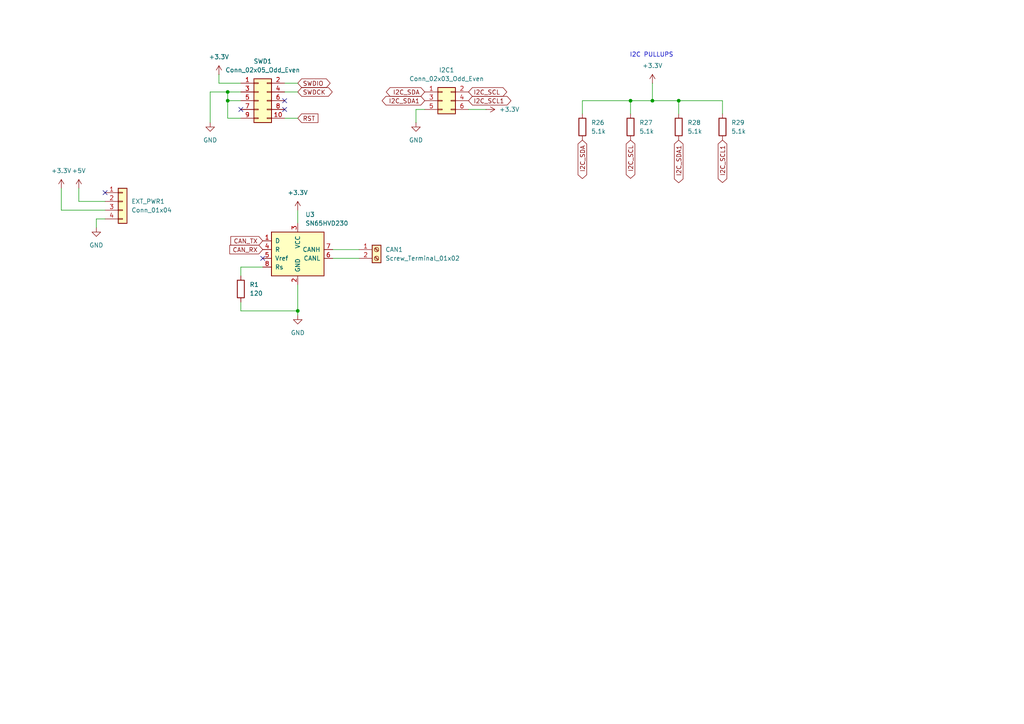
<source format=kicad_sch>
(kicad_sch (version 20231120) (generator "eeschema") (generator_version "8.0")
  (paper "A4")
  (lib_symbols
    (symbol "Connector:Screw_Terminal_01x02" (pin_names (offset 1.016) hide)
      (property "Reference" "J" (at 0 2.54 0))
      (property "Value" "Screw_Terminal_01x02" (at 0 -5.08 0))
      (symbol "Screw_Terminal_01x02_1_1"
        (rectangle (start -1.27 1.27) (end 1.27 -3.81) (stroke (width 0.254)) (fill (type background)))
        (circle (center 0 -2.54) (radius 0.635) (stroke (width 0.1524)))
        (polyline (pts (xy -0.5334 -2.2098) (xy 0.3302 -3.048)) (stroke (width 0.1524)))
        (polyline (pts (xy -0.5334 0.3302) (xy 0.3302 -0.508)) (stroke (width 0.1524)))
        (polyline (pts (xy -0.3556 -2.032) (xy 0.508 -2.8702)) (stroke (width 0.1524)))
        (polyline (pts (xy -0.3556 0.508) (xy 0.508 -0.3302)) (stroke (width 0.1524)))
        (circle (center 0 0) (radius 0.635) (stroke (width 0.1524)))
        (pin passive line (at -5.08 0 0) (length 3.81) (name "Pin_1") (number "1"))
        (pin passive line (at -5.08 -2.54 0) (length 3.81) (name "Pin_2") (number "2"))
      )
    )
    (symbol "Connector_Generic:Conn_01x04" (pin_names (offset 1.016) hide)
      (property "Reference" "J" (at 0 5.08 0))
      (property "Value" "Conn_01x04" (at 0 -7.62 0))
      (symbol "Conn_01x04_1_1"
        (rectangle (start -1.27 -4.953) (end 0 -5.207) (stroke (width 0.1524)))
        (rectangle (start -1.27 -2.413) (end 0 -2.667) (stroke (width 0.1524)))
        (rectangle (start -1.27 0.127) (end 0 -0.127) (stroke (width 0.1524)))
        (rectangle (start -1.27 2.667) (end 0 2.413) (stroke (width 0.1524)))
        (rectangle (start -1.27 3.81) (end 1.27 -6.35) (stroke (width 0.254)) (fill (type background)))
        (pin passive line (at -5.08 2.54 0) (length 3.81) (name "Pin_1") (number "1"))
        (pin passive line (at -5.08 0 0) (length 3.81) (name "Pin_2") (number "2"))
        (pin passive line (at -5.08 -2.54 0) (length 3.81) (name "Pin_3") (number "3"))
        (pin passive line (at -5.08 -5.08 0) (length 3.81) (name "Pin_4") (number "4"))
      )
    )
    (symbol "Connector_Generic:Conn_02x03_Odd_Even" (pin_names (offset 1.016) hide)
      (property "Reference" "J" (at 1.27 5.08 0))
      (property "Value" "Conn_02x03_Odd_Even" (at 1.27 -5.08 0))
      (symbol "Conn_02x03_Odd_Even_1_1"
        (rectangle (start -1.27 -2.413) (end 0 -2.667) (stroke (width 0.1524)))
        (rectangle (start -1.27 0.127) (end 0 -0.127) (stroke (width 0.1524)))
        (rectangle (start -1.27 2.667) (end 0 2.413) (stroke (width 0.1524)))
        (rectangle (start -1.27 3.81) (end 3.81 -3.81) (stroke (width 0.254)) (fill (type background)))
        (rectangle (start 3.81 -2.413) (end 2.54 -2.667) (stroke (width 0.1524)))
        (rectangle (start 3.81 0.127) (end 2.54 -0.127) (stroke (width 0.1524)))
        (rectangle (start 3.81 2.667) (end 2.54 2.413) (stroke (width 0.1524)))
        (pin passive line (at -5.08 2.54 0) (length 3.81) (name "Pin_1") (number "1"))
        (pin passive line (at 7.62 2.54 180) (length 3.81) (name "Pin_2") (number "2"))
        (pin passive line (at -5.08 0 0) (length 3.81) (name "Pin_3") (number "3"))
        (pin passive line (at 7.62 0 180) (length 3.81) (name "Pin_4") (number "4"))
        (pin passive line (at -5.08 -2.54 0) (length 3.81) (name "Pin_5") (number "5"))
        (pin passive line (at 7.62 -2.54 180) (length 3.81) (name "Pin_6") (number "6"))
      )
    )
    (symbol "Connector_Generic:Conn_02x05_Odd_Even" (pin_names (offset 1.016) hide)
      (property "Reference" "SWD" (at 1.27 11.43 0))
      (property "Value" "Conn_02x05_Odd_Even" (at 1.27 8.89 0))
      (symbol "Conn_02x05_Odd_Even_1_1"
        (rectangle (start -1.27 -4.953) (end 0 -5.207) (stroke (width 0.1524)))
        (rectangle (start -1.27 -2.413) (end 0 -2.667) (stroke (width 0.1524)))
        (rectangle (start -1.27 0.127) (end 0 -0.127) (stroke (width 0.1524)))
        (rectangle (start -1.27 2.667) (end 0 2.413) (stroke (width 0.1524)))
        (rectangle (start -1.27 5.207) (end 0 4.953) (stroke (width 0.1524)))
        (rectangle (start -1.27 6.35) (end 3.81 -6.35) (stroke (width 0.254)) (fill (type background)))
        (rectangle (start 3.81 -4.953) (end 2.54 -5.207) (stroke (width 0.1524)))
        (rectangle (start 3.81 -2.413) (end 2.54 -2.667) (stroke (width 0.1524)))
        (rectangle (start 3.81 0.127) (end 2.54 -0.127) (stroke (width 0.1524)))
        (rectangle (start 3.81 2.667) (end 2.54 2.413) (stroke (width 0.1524)))
        (rectangle (start 3.81 5.207) (end 2.54 4.953) (stroke (width 0.1524)))
        (pin passive line (at -5.08 5.08 0) (length 3.81) (name "VCC") (number "1"))
        (pin passive line (at 7.62 -5.08 180) (length 3.81) (name "nRESET") (number "10"))
        (pin passive line (at 7.62 5.08 180) (length 3.81) (name "SWDIO/TM") (number "2"))
        (pin passive line (at -5.08 2.54 0) (length 3.81) (name "GND") (number "3"))
        (pin passive line (at 7.62 2.54 180) (length 3.81) (name "SWDCLK/TCK") (number "4"))
        (pin passive line (at -5.08 0 0) (length 3.81) (name "GND") (number "5"))
        (pin passive line (at 7.62 0 180) (length 3.81) (name "SWO/TDO") (number "6"))
        (pin passive line (at -5.08 -2.54 0) (length 3.81) (name "Pin_7") (number "7"))
        (pin passive line (at 7.62 -2.54 180) (length 3.81) (name "NC/TDI") (number "8"))
        (pin passive line (at -5.08 -5.08 0) (length 3.81) (name "GND_Detect") (number "9"))
      )
    )
    (symbol "Device:R" (pin_numbers hide) (pin_names (offset 0))
      (property "Reference" "R" (at 2.032 0 90))
      (property "Value" "R" (at 0 0 90))
      (symbol "R_0_1"
        (rectangle (start -1.016 -2.54) (end 1.016 2.54) (stroke (width 0.254)))
      )
      (symbol "R_1_1"
        (pin passive line (at 0 3.81 270) (length 1.27) (name "~") (number "1"))
        (pin passive line (at 0 -3.81 90) (length 1.27) (name "~") (number "2"))
      )
    )
    (symbol "Interface_CAN_LIN:SN65HVD230" (pin_names (offset 1.016))
      (property "Reference" "U" (at -2.54 10.16 0))
      (property "Value" "SN65HVD230" (at -2.54 7.62 0))
      (symbol "SN65HVD230_0_1"
        (rectangle (start -7.62 5.08) (end 7.62 -7.62) (stroke (width 0.254)) (fill (type background)))
      )
      (symbol "SN65HVD230_1_1"
        (pin input line (at -10.16 2.54 0) (length 2.54) (name "D") (number "1"))
        (pin power_in line (at 0 -10.16 90) (length 2.54) (name "GND") (number "2"))
        (pin power_in line (at 0 7.62 270) (length 2.54) (name "VCC") (number "3"))
        (pin output line (at -10.16 0 0) (length 2.54) (name "R") (number "4"))
        (pin output line (at -10.16 -2.54 0) (length 2.54) (name "Vref") (number "5"))
        (pin bidirectional line (at 10.16 -2.54 180) (length 2.54) (name "CANL") (number "6"))
        (pin bidirectional line (at 10.16 0 180) (length 2.54) (name "CANH") (number "7"))
        (pin input line (at -10.16 -5.08 0) (length 2.54) (name "Rs") (number "8"))
      )
    )
    (symbol "power:+3.3V" (power) (pin_numbers hide) (pin_names (offset 0) hide)
      (property "Value" "+3.3V" (at 0 3.556 0))
      (symbol "+3.3V_0_1"
        (polyline (pts (xy -0.762 1.27) (xy 0 2.54)))
        (polyline (pts (xy 0 0) (xy 0 2.54)))
        (polyline (pts (xy 0 2.54) (xy 0.762 1.27)))
      )
      (symbol "+3.3V_1_1"
        (pin power_in line (at 0 0 90) (length 0) (name "~") (number "1"))
      )
    )
    (symbol "power:+5V" (power) (pin_numbers hide) (pin_names (offset 0) hide)
      (property "Value" "+5V" (at 0 3.556 0))
      (symbol "+5V_0_1"
        (polyline (pts (xy -0.762 1.27) (xy 0 2.54)))
        (polyline (pts (xy 0 0) (xy 0 2.54)))
        (polyline (pts (xy 0 2.54) (xy 0.762 1.27)))
      )
      (symbol "+5V_1_1"
        (pin power_in line (at 0 0 90) (length 0) (name "~") (number "1"))
      )
    )
    (symbol "power:GND" (power) (pin_numbers hide) (pin_names (offset 0) hide)
      (property "Value" "GND" (at 0 -3.81 0))
      (symbol "GND_0_1"
        (polyline (pts (xy 0 0) (xy 0 -1.27) (xy 1.27 -1.27) (xy 0 -2.54) (xy -1.27 -1.27) (xy 0 -1.27)))
      )
      (symbol "GND_1_1"
        (pin power_in line (at 0 0 270) (length 0) (name "~") (number "1"))
      )
    )
  )
  (junction (at 189.23 29.21))
  (junction (at 196.85 29.21))
  (junction (at 182.88 29.21))
  (junction (at 66.04 29.21))
  (junction (at 86.36 90.17))
  (junction (at 66.04 26.67))
  (no_connect (at 82.55 29.21))
  (no_connect (at 76.2 74.93))
  (no_connect (at 30.48 55.88))
  (no_connect (at 82.55 31.75))
  (no_connect (at 69.85 31.75))
  (wire (pts (xy 66.04 29.21) (xy 66.04 26.67)))
  (wire (pts (xy 209.55 29.21) (xy 209.55 33.02)))
  (wire (pts (xy 182.88 29.21) (xy 182.88 33.02)))
  (wire (pts (xy 104.14 74.93) (xy 96.52 74.93)))
  (wire (pts (xy 189.23 24.13) (xy 189.23 29.21)))
  (wire (pts (xy 82.55 26.67) (xy 86.36 26.67)))
  (wire (pts (xy 82.55 24.13) (xy 86.36 24.13)))
  (wire (pts (xy 30.48 58.42) (xy 22.86 58.42)))
  (wire (pts (xy 30.48 60.96) (xy 17.78 60.96)))
  (wire (pts (xy 86.36 90.17) (xy 86.36 91.44)))
  (wire (pts (xy 60.96 26.67) (xy 60.96 35.56)))
  (wire (pts (xy 69.85 26.67) (xy 66.04 26.67)))
  (wire (pts (xy 69.85 90.17) (xy 86.36 90.17)))
  (wire (pts (xy 63.5 24.13) (xy 69.85 24.13)))
  (wire (pts (xy 82.55 34.29) (xy 86.36 34.29)))
  (wire (pts (xy 30.48 63.5) (xy 27.94 63.5)))
  (wire (pts (xy 69.85 34.29) (xy 66.04 34.29)))
  (wire (pts (xy 120.65 31.75) (xy 120.65 35.56)))
  (wire (pts (xy 123.19 31.75) (xy 120.65 31.75)))
  (wire (pts (xy 182.88 29.21) (xy 189.23 29.21)))
  (wire (pts (xy 66.04 29.21) (xy 69.85 29.21)))
  (wire (pts (xy 66.04 34.29) (xy 66.04 29.21)))
  (wire (pts (xy 66.04 26.67) (xy 60.96 26.67)))
  (wire (pts (xy 22.86 58.42) (xy 22.86 54.61)))
  (wire (pts (xy 168.91 29.21) (xy 182.88 29.21)))
  (wire (pts (xy 63.5 21.59) (xy 63.5 24.13)))
  (wire (pts (xy 168.91 33.02) (xy 168.91 29.21)))
  (wire (pts (xy 76.2 77.47) (xy 69.85 77.47)))
  (wire (pts (xy 27.94 63.5) (xy 27.94 66.04)))
  (wire (pts (xy 196.85 29.21) (xy 209.55 29.21)))
  (wire (pts (xy 104.14 72.39) (xy 96.52 72.39)))
  (wire (pts (xy 17.78 60.96) (xy 17.78 54.61)))
  (wire (pts (xy 189.23 29.21) (xy 196.85 29.21)))
  (wire (pts (xy 86.36 82.55) (xy 86.36 90.17)))
  (wire (pts (xy 69.85 77.47) (xy 69.85 80.01)))
  (wire (pts (xy 86.36 60.96) (xy 86.36 64.77)))
  (wire (pts (xy 135.89 31.75) (xy 140.97 31.75)))
  (wire (pts (xy 196.85 29.21) (xy 196.85 33.02)))
  (wire (pts (xy 69.85 87.63) (xy 69.85 90.17)))
  (text "BREAKOUT checklist:\nDONE\n" (at 10.414 -2.54 0) (effects (font (size 1.27 1.27))))
  (text "I2C PULLUPS" (at 188.976 16.002 0) (effects (font (size 1.27 1.27))))
  (global_label "SWDIO" (shape bidirectional) (at 86.36 24.13 0) (property "Intersheetrefs" "${INTERSHEET_REFS}" (effects (hide yes))))
  (global_label "RST" (shape input) (at 86.36 34.29 0) (property "Intersheetrefs" "${INTERSHEET_REFS}" (effects (hide yes))))
  (global_label "I2C_SCL" (shape bidirectional) (at 182.88 40.64 270) (property "Intersheetrefs" "${INTERSHEET_REFS}" (effects (hide yes))))
  (global_label "SWDCK" (shape bidirectional) (at 86.36 26.67 0) (property "Intersheetrefs" "${INTERSHEET_REFS}" (effects (hide yes))))
  (global_label "CAN_TX" (shape input) (at 76.2 69.85 180) (property "Intersheetrefs" "${INTERSHEET_REFS}" (effects (hide yes))))
  (global_label "I2C_SDA1" (shape bidirectional) (at 123.19 29.21 180) (property "Intersheetrefs" "${INTERSHEET_REFS}" (effects (hide yes))))
  (global_label "I2C_SCL1" (shape bidirectional) (at 209.55 40.64 270) (property "Intersheetrefs" "${INTERSHEET_REFS}" (effects (hide yes))))
  (global_label "I2C_SDA1" (shape bidirectional) (at 196.85 40.64 270) (property "Intersheetrefs" "${INTERSHEET_REFS}" (effects (hide yes))))
  (global_label "I2C_SCL" (shape bidirectional) (at 135.89 26.67 0) (property "Intersheetrefs" "${INTERSHEET_REFS}" (effects (hide yes))))
  (global_label "I2C_SDA" (shape bidirectional) (at 168.91 40.64 270) (property "Intersheetrefs" "${INTERSHEET_REFS}" (effects (hide yes))))
  (global_label "I2C_SCL1" (shape bidirectional) (at 135.89 29.21 0) (property "Intersheetrefs" "${INTERSHEET_REFS}" (effects (hide yes))))
  (global_label "CAN_RX" (shape input) (at 76.2 72.39 180) (property "Intersheetrefs" "${INTERSHEET_REFS}" (effects (hide yes))))
  (global_label "I2C_SDA" (shape bidirectional) (at 123.19 26.67 180) (property "Intersheetrefs" "${INTERSHEET_REFS}" (effects (hide yes))))
  (symbol (lib_id "power:+5V") (at 22.86 54.61 0) (unit 1)
    (property "Reference" "#PWR043" (effects (hide yes)))
    (property "Value" "+5V" (at 22.86 49.53 0))
    (property "Description" "Power symbol creates a global label with name \"+5V\"" (effects (hide yes)))
  )
  (symbol (lib_id "Device:R") (at 69.85 83.82 180) (unit 1)
    (property "Reference" "R1" (at 72.39 82.5499 0) (effects (justify right)))
    (property "Value" "120" (at 72.39 85.0899 0) (effects (justify right)))
    (property "Footprint" "Resistor_SMD:R_0603_1608Metric" (effects (hide yes)))
    (property "Description" "Resistor" (effects (hide yes)))
  )
  (symbol (lib_id "Device:R") (at 182.88 36.83 0) (unit 1)
    (property "Reference" "R27" (at 185.42 35.5599 0) (effects (justify left)))
    (property "Value" "5.1k" (at 185.42 38.0999 0) (effects (justify left)))
    (property "Footprint" "Resistor_SMD:R_0603_1608Metric" (effects (hide yes)))
    (property "Description" "Resistor" (effects (hide yes)))
  )
  (symbol (lib_id "power:+3.3V") (at 63.5 21.59 0) (unit 1)
    (property "Reference" "#PWR065" (effects (hide yes)))
    (property "Value" "+3.3V" (at 63.5 16.51 0))
    (property "Description" "Power symbol creates a global label with name \"+3.3V\"" (effects (hide yes)))
  )
  (symbol (lib_id "power:GND") (at 120.65 35.56 0) (unit 1)
    (property "Reference" "#PWR038" (effects (hide yes)))
    (property "Value" "GND" (at 120.65 40.64 0))
    (property "Description" "Power symbol creates a global label with name \"GND\" , ground" (effects (hide yes)))
  )
  (symbol (lib_id "Connector_Generic:Conn_02x03_Odd_Even") (at 128.27 29.21 0) (unit 1)
    (property "Reference" "I2C1" (at 129.54 20.32 0))
    (property "Value" "Conn_02x03_Odd_Even" (at 129.54 22.86 0))
    (property "Footprint" "Connector_PinHeader_2.54mm:PinHeader_2x03_P2.54mm_Vertical" (effects (hide yes)))
    (property "Description" "Generic connector, double row, 02x03, odd/even pin numbering scheme (row 1 odd numbers, row 2 even numbers), script generated (kicad-library-utils/schlib/autogen/connector/)" (effects (hide yes)))
  )
  (symbol (lib_id "Interface_CAN_LIN:SN65HVD230") (at 86.36 72.39 0) (unit 1)
    (property "Reference" "U3" (at 88.5541 62.23 0) (effects (justify left)))
    (property "Value" "SN65HVD230" (at 88.5541 64.77 0) (effects (justify left)))
    (property "Footprint" "Package_SO:SOIC-8_3.9x4.9mm_P1.27mm" (effects (hide yes)))
    (property "Datasheet" "http://www.ti.com/lit/ds/symlink/sn65hvd230.pdf" (effects (hide yes)))
    (property "Description" "CAN Bus Transceivers, 3.3V, 1Mbps, Low-Power capabilities, SOIC-8" (effects (hide yes)))
  )
  (symbol (lib_id "Connector_Generic:Conn_02x05_Odd_Even") (at 74.93 29.21 0) (unit 1)
    (property "Reference" "SWD1" (at 76.2 17.78 0))
    (property "Value" "Conn_02x05_Odd_Even" (at 76.2 20.32 0))
    (property "Footprint" "SJSU_common:SWD_Conn" (effects (hide yes)))
    (property "Description" "Generic connector, double row, 02x05, odd/even pin numbering scheme (row 1 odd numbers, row 2 even numbers), script generated (kicad-library-utils/schlib/autogen/connector/)" (effects (hide yes)))
  )
  (symbol (lib_id "Device:R") (at 209.55 36.83 180) (unit 1)
    (property "Reference" "R29" (at 212.09 35.5599 0) (effects (justify right)))
    (property "Value" "5.1k" (at 212.09 38.0999 0) (effects (justify right)))
    (property "Footprint" "Resistor_SMD:R_0603_1608Metric" (effects (hide yes)))
    (property "Description" "Resistor" (effects (hide yes)))
  )
  (symbol (lib_id "power:+3.3V") (at 86.36 60.96 0) (unit 1)
    (property "Reference" "#PWR02" (effects (hide yes)))
    (property "Value" "+3.3V" (at 86.36 55.88 0))
    (property "Description" "Power symbol creates a global label with name \"+3.3V\"" (effects (hide yes)))
  )
  (symbol (lib_id "power:GND") (at 86.36 91.44 0) (unit 1)
    (property "Reference" "#PWR01" (effects (hide yes)))
    (property "Value" "GND" (at 86.36 96.52 0))
    (property "Description" "Power symbol creates a global label with name \"GND\" , ground" (effects (hide yes)))
  )
  (symbol (lib_id "power:+3.3V") (at 140.97 31.75 270) (unit 1)
    (property "Reference" "#PWR037" (effects (hide yes)))
    (property "Value" "+3.3V" (at 144.78 31.7499 90) (effects (justify left)))
    (property "Description" "Power symbol creates a global label with name \"+3.3V\"" (effects (hide yes)))
  )
  (symbol (lib_id "Device:R") (at 196.85 36.83 180) (unit 1)
    (property "Reference" "R28" (at 199.39 35.5599 0) (effects (justify right)))
    (property "Value" "5.1k" (at 199.39 38.0999 0) (effects (justify right)))
    (property "Footprint" "Resistor_SMD:R_0603_1608Metric" (effects (hide yes)))
    (property "Description" "Resistor" (effects (hide yes)))
  )
  (symbol (lib_id "power:+3.3V") (at 17.78 54.61 0) (unit 1)
    (property "Reference" "#PWR041" (effects (hide yes)))
    (property "Value" "+3.3V" (at 17.78 49.53 0))
    (property "Description" "Power symbol creates a global label with name \"+3.3V\"" (effects (hide yes)))
  )
  (symbol (lib_id "power:GND") (at 27.94 66.04 0) (unit 1)
    (property "Reference" "#PWR039" (effects (hide yes)))
    (property "Value" "GND" (at 27.94 71.12 0))
    (property "Description" "Power symbol creates a global label with name \"GND\" , ground" (effects (hide yes)))
  )
  (symbol (lib_id "Connector:Screw_Terminal_01x02") (at 109.22 72.39 0) (unit 1)
    (property "Reference" "CAN1" (at 111.76 72.3899 0) (effects (justify left)))
    (property "Value" "Screw_Terminal_01x02" (at 111.76 74.9299 0) (effects (justify left)))
    (property "Footprint" "TerminalBlock:TerminalBlock_Xinya_XY308-2.54-2P_1x02_P2.54mm_Horizontal" (effects (hide yes)))
    (property "Description" "Generic screw terminal, single row, 01x02, script generated (kicad-library-utils/schlib/autogen/connector/)" (effects (hide yes)))
  )
  (symbol (lib_id "power:GND") (at 60.96 35.56 0) (unit 1)
    (property "Reference" "#PWR066" (effects (hide yes)))
    (property "Value" "GND" (at 60.96 40.64 0))
    (property "Description" "Power symbol creates a global label with name \"GND\" , ground" (effects (hide yes)))
  )
  (symbol (lib_id "Connector_Generic:Conn_01x04") (at 35.56 58.42 0) (unit 1)
    (property "Reference" "EXT_PWR1" (at 38.1 58.4199 0) (effects (justify left)))
    (property "Value" "Conn_01x04" (at 38.1 60.9599 0) (effects (justify left)))
    (property "Footprint" "Connector_PinHeader_2.54mm:PinHeader_1x04_P2.54mm_Vertical" (effects (hide yes)))
    (property "Description" "Generic connector, single row, 01x04, script generated (kicad-library-utils/schlib/autogen/connector/)" (effects (hide yes)))
  )
  (symbol (lib_id "Device:R") (at 168.91 36.83 180) (unit 1)
    (property "Reference" "R26" (at 171.45 35.5599 0) (effects (justify right)))
    (property "Value" "5.1k" (at 171.45 38.0999 0) (effects (justify right)))
    (property "Footprint" "Resistor_SMD:R_0603_1608Metric" (effects (hide yes)))
    (property "Description" "Resistor" (effects (hide yes)))
  )
  (symbol (lib_id "power:+3.3V") (at 189.23 24.13 0) (unit 1)
    (property "Reference" "#PWR077" (effects (hide yes)))
    (property "Value" "+3.3V" (at 189.23 19.05 0))
    (property "Description" "Power symbol creates a global label with name \"+3.3V\"" (effects (hide yes)))
  )
)
</source>
